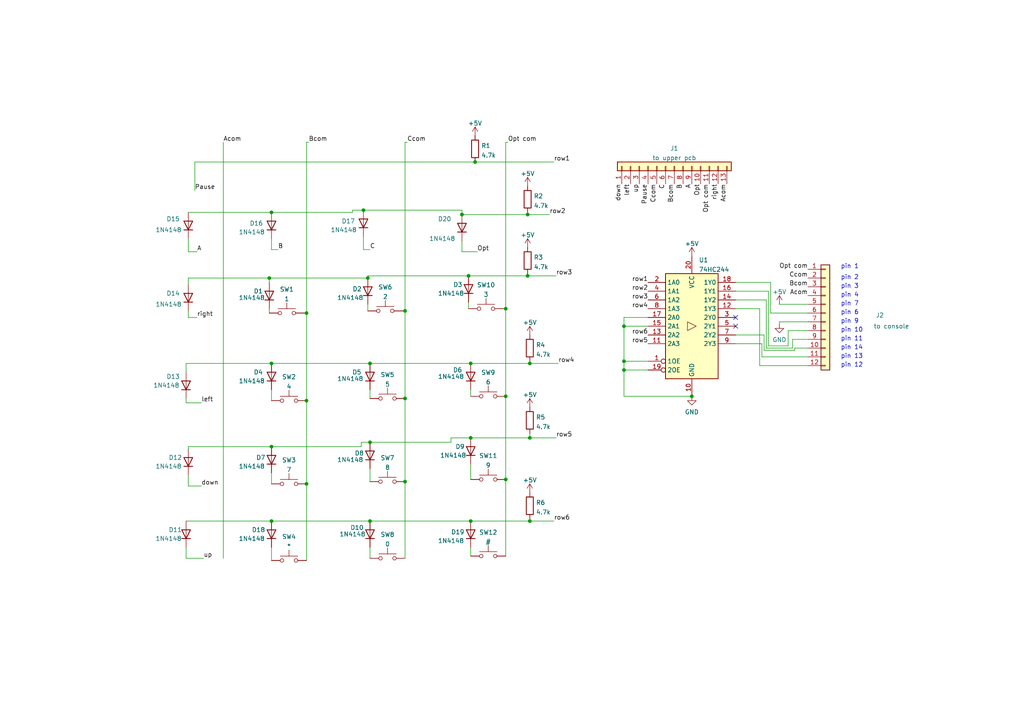
<source format=kicad_sch>
(kicad_sch (version 20211123) (generator eeschema)
  (paper "A4")
  (lib_symbols
    (symbol "74xx:74HC244"
      (property "Reference" "U" (at -7.62 16.51 0))
      (property "Value" "74HC244" (at -7.62 -16.51 0))
      (symbol "74HC244_1_0"
        (polyline (pts (xy 1.27 0) (xy -1.27 1.27) (xy -1.27 -1.27) (xy 1.27 0)) (stroke (width 0.1524)))
        (pin input inverted (at -12.7 -10.16 0) (length 5.08) (name "1OE") (number "1"))
        (pin power_in line (at 0 -20.32 90) (length 5.08) (name "GND") (number "10"))
        (pin input line (at -12.7 -5.08 0) (length 5.08) (name "2A3") (number "11"))
        (pin tri_state line (at 12.7 5.08 180) (length 5.08) (name "1Y3") (number "12"))
        (pin input line (at -12.7 -2.54 0) (length 5.08) (name "2A2") (number "13"))
        (pin tri_state line (at 12.7 7.62 180) (length 5.08) (name "1Y2") (number "14"))
        (pin input line (at -12.7 0 0) (length 5.08) (name "2A1") (number "15"))
        (pin tri_state line (at 12.7 10.16 180) (length 5.08) (name "1Y1") (number "16"))
        (pin input line (at -12.7 2.54 0) (length 5.08) (name "2A0") (number "17"))
        (pin tri_state line (at 12.7 12.7 180) (length 5.08) (name "1Y0") (number "18"))
        (pin input inverted (at -12.7 -12.7 0) (length 5.08) (name "2OE") (number "19"))
        (pin input line (at -12.7 12.7 0) (length 5.08) (name "1A0") (number "2"))
        (pin power_in line (at 0 20.32 270) (length 5.08) (name "VCC") (number "20"))
        (pin tri_state line (at 12.7 2.54 180) (length 5.08) (name "2Y0") (number "3"))
        (pin input line (at -12.7 10.16 0) (length 5.08) (name "1A1") (number "4"))
        (pin tri_state line (at 12.7 0 180) (length 5.08) (name "2Y1") (number "5"))
        (pin input line (at -12.7 7.62 0) (length 5.08) (name "1A2") (number "6"))
        (pin tri_state line (at 12.7 -2.54 180) (length 5.08) (name "2Y2") (number "7"))
        (pin input line (at -12.7 5.08 0) (length 5.08) (name "1A3") (number "8"))
        (pin tri_state line (at 12.7 -5.08 180) (length 5.08) (name "2Y3") (number "9"))
      )
      (symbol "74HC244_1_1"
        (rectangle (start -7.62 15.24) (end 7.62 -15.24) (stroke (width 0.254)) (fill (type background)))
      )
    )
    (symbol "Connector_Generic:Conn_01x12" (pin_names (offset 1.016) hide)
      (property "Reference" "J" (at 0 15.24 0))
      (property "Value" "Conn_01x12" (at 0 -17.78 0))
      (symbol "Conn_01x12_1_1"
        (rectangle (start -1.27 -15.113) (end 0 -15.367) (stroke (width 0.1524)))
        (rectangle (start -1.27 -12.573) (end 0 -12.827) (stroke (width 0.1524)))
        (rectangle (start -1.27 -10.033) (end 0 -10.287) (stroke (width 0.1524)))
        (rectangle (start -1.27 -7.493) (end 0 -7.747) (stroke (width 0.1524)))
        (rectangle (start -1.27 -4.953) (end 0 -5.207) (stroke (width 0.1524)))
        (rectangle (start -1.27 -2.413) (end 0 -2.667) (stroke (width 0.1524)))
        (rectangle (start -1.27 0.127) (end 0 -0.127) (stroke (width 0.1524)))
        (rectangle (start -1.27 2.667) (end 0 2.413) (stroke (width 0.1524)))
        (rectangle (start -1.27 5.207) (end 0 4.953) (stroke (width 0.1524)))
        (rectangle (start -1.27 7.747) (end 0 7.493) (stroke (width 0.1524)))
        (rectangle (start -1.27 10.287) (end 0 10.033) (stroke (width 0.1524)))
        (rectangle (start -1.27 12.827) (end 0 12.573) (stroke (width 0.1524)))
        (rectangle (start -1.27 13.97) (end 1.27 -16.51) (stroke (width 0.254)) (fill (type background)))
        (pin passive line (at -5.08 12.7 0) (length 3.81) (name "Pin_1") (number "1"))
        (pin passive line (at -5.08 -10.16 0) (length 3.81) (name "Pin_10") (number "10"))
        (pin passive line (at -5.08 -12.7 0) (length 3.81) (name "Pin_11") (number "11"))
        (pin passive line (at -5.08 -15.24 0) (length 3.81) (name "Pin_12") (number "12"))
        (pin passive line (at -5.08 10.16 0) (length 3.81) (name "Pin_2") (number "2"))
        (pin passive line (at -5.08 7.62 0) (length 3.81) (name "Pin_3") (number "3"))
        (pin passive line (at -5.08 5.08 0) (length 3.81) (name "Pin_4") (number "4"))
        (pin passive line (at -5.08 2.54 0) (length 3.81) (name "Pin_5") (number "5"))
        (pin passive line (at -5.08 0 0) (length 3.81) (name "Pin_6") (number "6"))
        (pin passive line (at -5.08 -2.54 0) (length 3.81) (name "Pin_7") (number "7"))
        (pin passive line (at -5.08 -5.08 0) (length 3.81) (name "Pin_8") (number "8"))
        (pin passive line (at -5.08 -7.62 0) (length 3.81) (name "Pin_9") (number "9"))
      )
    )
    (symbol "Connector_Generic:Conn_01x13" (pin_names (offset 1.016) hide)
      (property "Reference" "J" (at 0 17.78 0))
      (property "Value" "Conn_01x13" (at 0 -17.78 0))
      (symbol "Conn_01x13_1_1"
        (rectangle (start -1.27 -15.113) (end 0 -15.367) (stroke (width 0.1524)))
        (rectangle (start -1.27 -12.573) (end 0 -12.827) (stroke (width 0.1524)))
        (rectangle (start -1.27 -10.033) (end 0 -10.287) (stroke (width 0.1524)))
        (rectangle (start -1.27 -7.493) (end 0 -7.747) (stroke (width 0.1524)))
        (rectangle (start -1.27 -4.953) (end 0 -5.207) (stroke (width 0.1524)))
        (rectangle (start -1.27 -2.413) (end 0 -2.667) (stroke (width 0.1524)))
        (rectangle (start -1.27 0.127) (end 0 -0.127) (stroke (width 0.1524)))
        (rectangle (start -1.27 2.667) (end 0 2.413) (stroke (width 0.1524)))
        (rectangle (start -1.27 5.207) (end 0 4.953) (stroke (width 0.1524)))
        (rectangle (start -1.27 7.747) (end 0 7.493) (stroke (width 0.1524)))
        (rectangle (start -1.27 10.287) (end 0 10.033) (stroke (width 0.1524)))
        (rectangle (start -1.27 12.827) (end 0 12.573) (stroke (width 0.1524)))
        (rectangle (start -1.27 15.367) (end 0 15.113) (stroke (width 0.1524)))
        (rectangle (start -1.27 16.51) (end 1.27 -16.51) (stroke (width 0.254)) (fill (type background)))
        (pin passive line (at -5.08 15.24 0) (length 3.81) (name "Pin_1") (number "1"))
        (pin passive line (at -5.08 -7.62 0) (length 3.81) (name "Pin_10") (number "10"))
        (pin passive line (at -5.08 -10.16 0) (length 3.81) (name "Pin_11") (number "11"))
        (pin passive line (at -5.08 -12.7 0) (length 3.81) (name "Pin_12") (number "12"))
        (pin passive line (at -5.08 -15.24 0) (length 3.81) (name "Pin_13") (number "13"))
        (pin passive line (at -5.08 12.7 0) (length 3.81) (name "Pin_2") (number "2"))
        (pin passive line (at -5.08 10.16 0) (length 3.81) (name "Pin_3") (number "3"))
        (pin passive line (at -5.08 7.62 0) (length 3.81) (name "Pin_4") (number "4"))
        (pin passive line (at -5.08 5.08 0) (length 3.81) (name "Pin_5") (number "5"))
        (pin passive line (at -5.08 2.54 0) (length 3.81) (name "Pin_6") (number "6"))
        (pin passive line (at -5.08 0 0) (length 3.81) (name "Pin_7") (number "7"))
        (pin passive line (at -5.08 -2.54 0) (length 3.81) (name "Pin_8") (number "8"))
        (pin passive line (at -5.08 -5.08 0) (length 3.81) (name "Pin_9") (number "9"))
      )
    )
    (symbol "Device:R" (pin_numbers hide) (pin_names (offset 0))
      (property "Reference" "R" (at 2.032 0 90))
      (property "Value" "R" (at 0 0 90))
      (symbol "R_0_1"
        (rectangle (start -1.016 -2.54) (end 1.016 2.54) (stroke (width 0.254)))
      )
      (symbol "R_1_1"
        (pin passive line (at 0 3.81 270) (length 1.27) (name "~") (number "1"))
        (pin passive line (at 0 -3.81 90) (length 1.27) (name "~") (number "2"))
      )
    )
    (symbol "Diode:1N4148" (pin_numbers hide) (pin_names (offset 1.016) hide)
      (property "Reference" "D" (at 0 2.54 0))
      (property "Value" "1N4148" (at 0 -2.54 0))
      (symbol "1N4148_0_1"
        (polyline (pts (xy -1.27 1.27) (xy -1.27 -1.27)) (stroke (width 0.254)))
        (polyline (pts (xy 1.27 0) (xy -1.27 0)))
        (polyline (pts (xy 1.27 1.27) (xy 1.27 -1.27) (xy -1.27 0) (xy 1.27 1.27)) (stroke (width 0.254)))
      )
      (symbol "1N4148_1_1"
        (pin passive line (at -3.81 0 0) (length 2.54) (name "K") (number "1"))
        (pin passive line (at 3.81 0 180) (length 2.54) (name "A") (number "2"))
      )
    )
    (symbol "Switch:SW_Push" (pin_numbers hide) (pin_names (offset 1.016) hide)
      (property "Reference" "SW" (at 1.27 2.54 0))
      (property "Value" "SW_Push" (at 0 -1.524 0))
      (symbol "SW_Push_0_1"
        (circle (center -2.032 0) (radius 0.508))
        (polyline (pts (xy 0 1.27) (xy 0 3.048)))
        (polyline (pts (xy 2.54 1.27) (xy -2.54 1.27)))
        (circle (center 2.032 0) (radius 0.508))
        (pin passive line (at -5.08 0 0) (length 2.54) (name "1") (number "1"))
        (pin passive line (at 5.08 0 180) (length 2.54) (name "2") (number "2"))
      )
    )
    (symbol "power:+5V" (power) (pin_names (offset 0))
      (property "Value" "+5V" (at 0 3.556 0))
      (symbol "+5V_0_1"
        (polyline (pts (xy -0.762 1.27) (xy 0 2.54)))
        (polyline (pts (xy 0 0) (xy 0 2.54)))
        (polyline (pts (xy 0 2.54) (xy 0.762 1.27)))
      )
      (symbol "+5V_1_1"
        (pin power_in line (at 0 0 90) (length 0) hide (name "+5V") (number "1"))
      )
    )
    (symbol "power:GND" (power) (pin_names (offset 0))
      (property "Value" "GND" (at 0 -3.81 0))
      (symbol "GND_0_1"
        (polyline (pts (xy 0 0) (xy 0 -1.27) (xy 1.27 -1.27) (xy 0 -2.54) (xy -1.27 -1.27) (xy 0 -1.27)))
      )
      (symbol "GND_1_1"
        (pin power_in line (at 0 0 270) (length 0) hide (name "GND") (number "1"))
      )
    )
  )
  (junction (at 117.475 115.57))
  (junction (at 153.035 62.23))
  (junction (at 105.41 60.96))
  (junction (at 136.525 151.13))
  (junction (at 78.105 80.645))
  (junction (at 88.9 116.205))
  (junction (at 146.685 114.935))
  (junction (at 136.525 127))
  (junction (at 137.795 46.99))
  (junction (at 153.67 151.13))
  (junction (at 107.315 151.13))
  (junction (at 146.685 139.065))
  (junction (at 153.67 105.41))
  (junction (at 117.475 90.17))
  (junction (at 107.315 105.41))
  (junction (at 136.525 105.41))
  (junction (at 146.685 89.535))
  (junction (at 78.74 151.13))
  (junction (at 180.975 104.775))
  (junction (at 135.89 80.01))
  (junction (at 107.315 128.27))
  (junction (at 180.975 107.315))
  (junction (at 180.975 94.615))
  (junction (at 200.66 114.935))
  (junction (at 106.68 80.645))
  (junction (at 153.035 80.01))
  (junction (at 117.475 139.7))
  (junction (at 133.985 62.23))
  (junction (at 78.74 105.41))
  (junction (at 78.74 61.595))
  (junction (at 153.67 127))
  (junction (at 88.9 140.335))
  (junction (at 88.9 90.805))
  (junction (at 78.74 129.54))
  (no_connect (at 213.36 92.075))
  (no_connect (at 213.36 94.615))
  (wire (pts (xy 56.515 46.99) (xy 56.515 55.245)))
  (wire (pts (xy 222.25 100.965) (xy 222.25 86.995)))
  (wire (pts (xy 180.975 104.775) (xy 180.975 107.315)))
  (wire (pts (xy 220.345 89.535) (xy 213.36 89.535)))
  (wire (pts (xy 230.505 100.965) (xy 230.505 101.6)))
  (wire (pts (xy 234.315 106.045) (xy 220.345 106.045)))
  (wire (pts (xy 234.315 103.505) (xy 220.98 103.505)))
  (wire (pts (xy 78.74 61.595) (xy 102.235 61.595)))
  (wire (pts (xy 78.105 89.535) (xy 78.105 90.805)))
  (wire (pts (xy 230.505 101.6) (xy 221.615 101.6)))
  (wire (pts (xy 88.9 140.335) (xy 88.9 116.205)))
  (wire (pts (xy 146.685 89.535) (xy 146.05 89.535)))
  (wire (pts (xy 53.975 161.925) (xy 53.975 158.75)))
  (wire (pts (xy 228.6 100.33) (xy 222.885 100.33)))
  (wire (pts (xy 146.685 139.065) (xy 146.685 161.29)))
  (wire (pts (xy 78.105 80.645) (xy 106.68 80.645)))
  (wire (pts (xy 226.06 93.345) (xy 226.06 93.98)))
  (wire (pts (xy 153.035 80.01) (xy 161.29 80.01)))
  (wire (pts (xy 78.74 113.03) (xy 78.74 116.205)))
  (wire (pts (xy 88.9 140.335) (xy 88.9 162.56)))
  (wire (pts (xy 234.315 93.345) (xy 226.06 93.345)))
  (wire (pts (xy 78.74 137.16) (xy 78.74 140.335)))
  (wire (pts (xy 54.61 61.595) (xy 78.74 61.595)))
  (wire (pts (xy 107.315 158.75) (xy 107.315 161.925)))
  (wire (pts (xy 180.975 94.615) (xy 187.96 94.615)))
  (wire (pts (xy 117.475 139.7) (xy 117.475 161.925)))
  (wire (pts (xy 234.315 90.805) (xy 223.52 90.805)))
  (wire (pts (xy 107.315 105.41) (xy 136.525 105.41)))
  (wire (pts (xy 59.055 161.925) (xy 53.975 161.925)))
  (wire (pts (xy 180.975 114.935) (xy 180.975 107.315)))
  (wire (pts (xy 57.15 92.075) (xy 54.61 92.075)))
  (wire (pts (xy 153.67 105.41) (xy 153.67 104.775)))
  (wire (pts (xy 133.985 62.23) (xy 153.035 62.23)))
  (wire (pts (xy 136.525 134.62) (xy 136.525 139.065)))
  (wire (pts (xy 200.66 114.935) (xy 180.975 114.935)))
  (wire (pts (xy 153.67 127) (xy 161.29 127)))
  (wire (pts (xy 88.9 116.205) (xy 88.9 90.805)))
  (wire (pts (xy 221.615 101.6) (xy 221.615 97.155)))
  (wire (pts (xy 117.475 115.57) (xy 117.475 139.7)))
  (wire (pts (xy 107.315 128.27) (xy 130.81 128.27)))
  (wire (pts (xy 117.475 90.17) (xy 116.84 90.17)))
  (wire (pts (xy 136.525 105.41) (xy 153.67 105.41)))
  (wire (pts (xy 133.985 69.85) (xy 133.985 73.025)))
  (wire (pts (xy 107.315 72.39) (xy 105.41 72.39)))
  (wire (pts (xy 234.315 95.885) (xy 228.6 95.885)))
  (wire (pts (xy 117.475 41.275) (xy 117.475 90.17)))
  (wire (pts (xy 146.685 41.275) (xy 146.685 89.535)))
  (wire (pts (xy 136.525 151.13) (xy 153.67 151.13)))
  (wire (pts (xy 107.315 135.89) (xy 107.315 139.7)))
  (wire (pts (xy 58.42 116.84) (xy 53.975 116.84)))
  (wire (pts (xy 213.36 86.995) (xy 222.25 86.995)))
  (wire (pts (xy 234.315 98.425) (xy 229.87 98.425)))
  (wire (pts (xy 146.685 41.275) (xy 147.32 41.275)))
  (wire (pts (xy 228.6 95.885) (xy 228.6 100.33)))
  (wire (pts (xy 221.615 97.155) (xy 213.36 97.155)))
  (wire (pts (xy 180.975 92.075) (xy 180.975 94.615)))
  (wire (pts (xy 53.975 105.41) (xy 78.74 105.41)))
  (wire (pts (xy 88.9 41.275) (xy 89.535 41.275)))
  (wire (pts (xy 54.61 73.025) (xy 54.61 69.215)))
  (wire (pts (xy 180.975 104.775) (xy 187.96 104.775)))
  (wire (pts (xy 220.98 103.505) (xy 220.98 99.695)))
  (wire (pts (xy 153.67 127) (xy 153.67 125.73)))
  (wire (pts (xy 146.685 114.935) (xy 146.685 139.065)))
  (wire (pts (xy 187.96 92.075) (xy 180.975 92.075)))
  (wire (pts (xy 234.315 100.965) (xy 230.505 100.965)))
  (wire (pts (xy 222.885 100.33) (xy 222.885 84.455)))
  (wire (pts (xy 153.035 62.23) (xy 159.385 62.23)))
  (wire (pts (xy 102.235 61.595) (xy 102.235 60.96)))
  (wire (pts (xy 107.315 151.13) (xy 136.525 151.13)))
  (wire (pts (xy 136.525 158.75) (xy 136.525 161.29)))
  (wire (pts (xy 105.41 72.39) (xy 105.41 68.58)))
  (wire (pts (xy 226.06 88.265) (xy 234.315 88.265)))
  (wire (pts (xy 223.52 81.915) (xy 213.36 81.915)))
  (wire (pts (xy 229.87 100.965) (xy 222.25 100.965)))
  (wire (pts (xy 54.61 80.645) (xy 54.61 82.55)))
  (wire (pts (xy 78.74 72.39) (xy 78.74 69.215)))
  (wire (pts (xy 106.68 80.01) (xy 135.89 80.01)))
  (wire (pts (xy 180.975 94.615) (xy 180.975 104.775)))
  (wire (pts (xy 153.035 80.01) (xy 153.035 79.375)))
  (wire (pts (xy 130.81 128.27) (xy 130.81 127)))
  (wire (pts (xy 88.9 90.805) (xy 88.265 90.805)))
  (wire (pts (xy 137.795 46.99) (xy 160.655 46.99)))
  (wire (pts (xy 133.985 73.025) (xy 138.43 73.025)))
  (wire (pts (xy 78.74 105.41) (xy 107.315 105.41)))
  (wire (pts (xy 104.775 129.54) (xy 104.775 128.27)))
  (wire (pts (xy 78.74 129.54) (xy 54.61 129.54)))
  (wire (pts (xy 153.67 151.13) (xy 160.655 151.13)))
  (wire (pts (xy 78.105 81.915) (xy 78.105 80.645)))
  (wire (pts (xy 78.74 151.13) (xy 107.315 151.13)))
  (wire (pts (xy 78.74 158.75) (xy 78.74 162.56)))
  (wire (pts (xy 135.89 80.01) (xy 153.035 80.01)))
  (wire (pts (xy 102.235 60.96) (xy 105.41 60.96)))
  (wire (pts (xy 78.74 129.54) (xy 104.775 129.54)))
  (wire (pts (xy 153.67 151.13) (xy 153.67 150.495)))
  (wire (pts (xy 54.61 140.97) (xy 54.61 137.795)))
  (wire (pts (xy 106.68 80.645) (xy 106.68 80.01)))
  (wire (pts (xy 136.525 113.03) (xy 136.525 114.935)))
  (wire (pts (xy 104.775 128.27) (xy 107.315 128.27)))
  (wire (pts (xy 229.87 98.425) (xy 229.87 100.965)))
  (wire (pts (xy 53.975 105.41) (xy 53.975 107.95)))
  (wire (pts (xy 223.52 90.805) (xy 223.52 81.915)))
  (wire (pts (xy 107.315 113.03) (xy 107.315 115.57)))
  (wire (pts (xy 135.89 87.63) (xy 135.89 89.535)))
  (wire (pts (xy 146.685 114.935) (xy 146.685 89.535)))
  (wire (pts (xy 105.41 60.96) (xy 133.985 60.96)))
  (wire (pts (xy 220.98 99.695) (xy 213.36 99.695)))
  (wire (pts (xy 117.475 115.57) (xy 117.475 90.17)))
  (wire (pts (xy 58.42 140.97) (xy 54.61 140.97)))
  (wire (pts (xy 106.68 88.265) (xy 106.68 90.17)))
  (wire (pts (xy 220.345 106.045) (xy 220.345 89.535)))
  (wire (pts (xy 130.81 127) (xy 136.525 127)))
  (wire (pts (xy 153.035 62.23) (xy 153.035 61.595)))
  (wire (pts (xy 180.975 107.315) (xy 187.96 107.315)))
  (wire (pts (xy 54.61 80.645) (xy 78.105 80.645)))
  (wire (pts (xy 54.61 92.075) (xy 54.61 90.17)))
  (wire (pts (xy 88.9 41.275) (xy 88.9 90.805)))
  (wire (pts (xy 57.15 73.025) (xy 54.61 73.025)))
  (wire (pts (xy 222.885 84.455) (xy 213.36 84.455)))
  (wire (pts (xy 133.985 60.96) (xy 133.985 62.23)))
  (wire (pts (xy 117.475 41.275) (xy 118.11 41.275)))
  (wire (pts (xy 54.61 129.54) (xy 54.61 130.175)))
  (wire (pts (xy 80.645 72.39) (xy 78.74 72.39)))
  (wire (pts (xy 53.975 116.84) (xy 53.975 115.57)))
  (wire (pts (xy 137.795 46.99) (xy 56.515 46.99)))
  (wire (pts (xy 153.67 105.41) (xy 161.925 105.41)))
  (wire (pts (xy 64.77 41.275) (xy 64.77 161.925)))
  (wire (pts (xy 136.525 127) (xy 153.67 127)))
  (wire (pts (xy 53.975 151.13) (xy 78.74 151.13)))
  (text "pin 6" (at 243.84 91.44 0) (effects (font (size 1.27 1.27)) (justify left bottom)))
  (text "pin 13" (at 243.84 104.14 0) (effects (font (size 1.27 1.27)) (justify left bottom)))
  (text "pin 1" (at 243.84 78.105 0) (effects (font (size 1.27 1.27)) (justify left bottom)))
  (text "pin 9" (at 243.84 93.98 0) (effects (font (size 1.27 1.27)) (justify left bottom)))
  (text "pin 14" (at 243.84 101.6 0) (effects (font (size 1.27 1.27)) (justify left bottom)))
  (text "pin 10" (at 243.84 96.52 0) (effects (font (size 1.27 1.27)) (justify left bottom)))
  (text "pin 2" (at 243.84 81.28 0) (effects (font (size 1.27 1.27)) (justify left bottom)))
  (text "pin 11" (at 243.84 99.06 0) (effects (font (size 1.27 1.27)) (justify left bottom)))
  (text "pin 3" (at 243.84 83.82 0) (effects (font (size 1.27 1.27)) (justify left bottom)))
  (text "pin 4" (at 243.84 86.36 0) (effects (font (size 1.27 1.27)) (justify left bottom)))
  (text "pin 12" (at 243.84 106.68 0) (effects (font (size 1.27 1.27)) (justify left bottom)))
  (text "pin 7" (at 243.84 88.9 0) (effects (font (size 1.27 1.27)) (justify left bottom)))
  (label "row3" (at 161.29 80.01 0))
  (label "row5" (at 161.29 127 0))
  (label "row3" (at 187.96 86.995 180))
  (label "Acom" (at 64.77 41.275 0))
  (label "row5" (at 187.96 99.695 180))
  (label "row6" (at 187.96 97.155 180))
  (label "row6" (at 160.655 151.13 0))
  (label "Opt" (at 138.43 73.025 0))
  (label "Opt" (at 203.2 53.34 270))
  (label "Acom" (at 234.315 85.725 180))
  (label "right" (at 57.15 92.075 0))
  (label "C" (at 193.04 53.34 270))
  (label "row4" (at 161.925 105.41 0))
  (label "Ccom" (at 190.5 53.34 270))
  (label "Acom" (at 210.82 53.34 270))
  (label "row4" (at 187.96 89.535 180))
  (label "Ccom" (at 118.11 41.275 0))
  (label "row2" (at 187.96 84.455 180))
  (label "Bcom" (at 234.315 83.185 180))
  (label "B" (at 80.645 72.39 0))
  (label "Ccom" (at 234.315 80.645 180))
  (label "up" (at 59.055 161.925 0))
  (label "Opt com" (at 234.315 78.105 180))
  (label "Opt com" (at 147.32 41.275 0))
  (label "Opt com" (at 205.74 53.34 270))
  (label "Pause" (at 187.96 53.34 270))
  (label "down" (at 180.34 53.34 270))
  (label "Bcom" (at 89.535 41.275 0))
  (label "left" (at 58.42 116.84 0))
  (label "left" (at 182.88 53.34 270))
  (label "row1" (at 160.655 46.99 0))
  (label "B" (at 198.12 53.34 270))
  (label "Bcom" (at 195.58 53.34 270))
  (label "C" (at 107.315 72.39 0))
  (label "A" (at 57.15 73.025 0))
  (label "down" (at 58.42 140.97 0))
  (label "up" (at 185.42 53.34 270))
  (label "row1" (at 187.96 81.915 180))
  (label "Pause" (at 56.515 55.245 0))
  (label "A" (at 200.66 53.34 270))
  (label "right" (at 208.28 53.34 270))
  (label "row2" (at 159.385 62.23 0))
  (symbol (lib_id "Diode:1N4148") (at 78.105 85.725 90) (unit 1)
    (property "Reference" "D1" (at 74.93 84.455 90))
    (property "Value" "1N4148" (at 73.025 86.36 90))
    (property "Footprint" "Diode_THT:D_DO-35_SOD27_P7.62mm_Horizontal" (effects hide))
    (property "Datasheet" "https://assets.nexperia.com/documents/data-sheet/1N4148_1N4448.pdf" (effects hide))
  )
  (symbol (lib_id "Diode:1N4148") (at 107.315 109.22 90) (unit 1)
    (property "Reference" "D5" (at 103.505 107.95 90))
    (property "Value" "1N4148" (at 101.6 109.855 90))
    (property "Footprint" "Diode_THT:D_DO-35_SOD27_P7.62mm_Horizontal" (effects hide))
    (property "Datasheet" "https://assets.nexperia.com/documents/data-sheet/1N4148_1N4448.pdf" (effects hide))
  )
  (symbol (lib_id "Diode:1N4148") (at 133.985 66.04 90) (unit 1)
    (property "Reference" "D20" (at 127 63.5 90) (effects (justify right)))
    (property "Value" "1N4148" (at 124.46 69.215 90) (effects (justify right)))
    (property "Footprint" "Diode_THT:D_DO-35_SOD27_P7.62mm_Horizontal" (effects hide))
    (property "Datasheet" "https://assets.nexperia.com/documents/data-sheet/1N4148_1N4448.pdf" (effects hide))
  )
  (symbol (lib_id "Diode:1N4148") (at 105.41 64.77 90) (unit 1)
    (property "Reference" "D17" (at 99.06 64.135 90) (effects (justify right)))
    (property "Value" "1N4148" (at 95.885 66.675 90) (effects (justify right)))
    (property "Footprint" "Diode_THT:D_DO-35_SOD27_P7.62mm_Horizontal" (effects hide))
    (property "Datasheet" "https://assets.nexperia.com/documents/data-sheet/1N4148_1N4448.pdf" (effects hide))
  )
  (symbol (lib_id "Device:R") (at 153.035 57.785 0) (unit 1)
    (property "Reference" "R2" (at 154.813 56.8765 0) (effects (justify left)))
    (property "Value" "4.7k" (at 154.813 59.6516 0) (effects (justify left)))
    (property "Footprint" "Resistor_THT:R_Axial_DIN0207_L6.3mm_D2.5mm_P10.16mm_Horizontal" (effects hide))
  )
  (symbol (lib_id "Switch:SW_Push") (at 112.395 161.925 0) (unit 1)
    (property "Reference" "SW8" (at 112.395 155.0375 0))
    (property "Value" "0" (at 112.395 157.8126 0))
    (property "Footprint" "Evan's misc parts:jaguar keypad button" (effects hide))
  )
  (symbol (lib_id "Switch:SW_Push") (at 111.76 90.17 0) (unit 1)
    (property "Reference" "SW6" (at 111.76 83.2825 0))
    (property "Value" "2" (at 111.76 86.0576 0))
    (property "Footprint" "Evan's misc parts:jaguar keypad button" (effects hide))
  )
  (symbol (lib_id "power:+5V") (at 153.67 142.875 0) (unit 1)
    (property "Reference" "#PWR0107" (effects hide))
    (property "Value" "+5V" (at 153.67 139.2705 0))
  )
  (symbol (lib_id "power:+5V") (at 153.67 118.11 0) (unit 1)
    (property "Reference" "#PWR0106" (effects hide))
    (property "Value" "+5V" (at 153.67 114.5055 0))
  )
  (symbol (lib_id "power:+5V") (at 200.66 74.295 0) (unit 1)
    (property "Reference" "#PWR0102" (effects hide))
    (property "Value" "+5V" (at 200.66 70.6905 0))
  )
  (symbol (lib_id "Diode:1N4148") (at 54.61 65.405 90) (unit 1)
    (property "Reference" "D15" (at 48.26 63.5 90) (effects (justify right)))
    (property "Value" "1N4148" (at 45.085 66.675 90) (effects (justify right)))
    (property "Footprint" "Diode_THT:D_DO-35_SOD27_P7.62mm_Horizontal" (effects hide))
    (property "Datasheet" "https://assets.nexperia.com/documents/data-sheet/1N4148_1N4448.pdf" (effects hide))
  )
  (symbol (lib_id "Diode:1N4148") (at 54.61 86.36 90) (unit 1)
    (property "Reference" "D14" (at 48.26 85.09 90) (effects (justify right)))
    (property "Value" "1N4148" (at 45.085 88.265 90) (effects (justify right)))
    (property "Footprint" "Diode_THT:D_DO-35_SOD27_P7.62mm_Horizontal" (effects hide))
    (property "Datasheet" "https://assets.nexperia.com/documents/data-sheet/1N4148_1N4448.pdf" (effects hide))
  )
  (symbol (lib_id "Diode:1N4148") (at 78.74 133.35 90) (unit 1)
    (property "Reference" "D7" (at 74.295 132.715 90) (effects (justify right)))
    (property "Value" "1N4148" (at 69.215 135.255 90) (effects (justify right)))
    (property "Footprint" "Diode_THT:D_DO-35_SOD27_P7.62mm_Horizontal" (effects hide))
    (property "Datasheet" "https://assets.nexperia.com/documents/data-sheet/1N4148_1N4448.pdf" (effects hide))
  )
  (symbol (lib_id "Switch:SW_Push") (at 83.82 140.335 0) (unit 1)
    (property "Reference" "SW3" (at 83.82 133.4475 0))
    (property "Value" "7" (at 83.82 136.2226 0))
    (property "Footprint" "Evan's misc parts:jaguar keypad button" (effects hide))
  )
  (symbol (lib_id "Device:R") (at 153.67 100.965 0) (unit 1)
    (property "Reference" "R4" (at 155.448 100.0565 0) (effects (justify left)))
    (property "Value" "4.7k" (at 155.448 102.8316 0) (effects (justify left)))
    (property "Footprint" "Resistor_THT:R_Axial_DIN0207_L6.3mm_D2.5mm_P10.16mm_Horizontal" (effects hide))
  )
  (symbol (lib_id "74xx:74HC244") (at 200.66 94.615 0) (unit 1)
    (property "Reference" "U1" (at 202.6794 75.4085 0) (effects (justify left)))
    (property "Value" "74HC244" (at 202.6794 78.1836 0) (effects (justify left)))
    (property "Footprint" "Package_DIP:DIP-20_W7.62mm" (effects hide))
    (property "Datasheet" "https://assets.nexperia.com/documents/data-sheet/74HC_HCT244.pdf" (effects hide))
  )
  (symbol (lib_id "Device:R") (at 153.67 146.685 0) (unit 1)
    (property "Reference" "R6" (at 155.448 145.7765 0) (effects (justify left)))
    (property "Value" "4.7k" (at 155.448 148.5516 0) (effects (justify left)))
    (property "Footprint" "Resistor_THT:R_Axial_DIN0207_L6.3mm_D2.5mm_P10.16mm_Horizontal" (effects hide))
  )
  (symbol (lib_id "power:+5V") (at 137.795 39.37 0) (unit 1)
    (property "Reference" "#PWR0105" (effects hide))
    (property "Value" "+5V" (at 137.795 35.7655 0))
  )
  (symbol (lib_id "Diode:1N4148") (at 106.68 84.455 90) (unit 1)
    (property "Reference" "D2" (at 102.235 83.82 90) (effects (justify right)))
    (property "Value" "1N4148" (at 97.79 86.36 90) (effects (justify right)))
    (property "Footprint" "Diode_THT:D_DO-35_SOD27_P7.62mm_Horizontal" (effects hide))
    (property "Datasheet" "https://assets.nexperia.com/documents/data-sheet/1N4148_1N4448.pdf" (effects hide))
  )
  (symbol (lib_id "Diode:1N4148") (at 53.975 154.94 90) (unit 1)
    (property "Reference" "D11" (at 48.895 153.67 90) (effects (justify right)))
    (property "Value" "1N4148" (at 45.085 156.21 90) (effects (justify right)))
    (property "Footprint" "Diode_THT:D_DO-35_SOD27_P7.62mm_Horizontal" (effects hide))
    (property "Datasheet" "https://assets.nexperia.com/documents/data-sheet/1N4148_1N4448.pdf" (effects hide))
  )
  (symbol (lib_id "Connector_Generic:Conn_01x12") (at 239.395 90.805 0) (unit 1)
    (property "Reference" "J2" (at 254 91.44 0) (effects (justify left)))
    (property "Value" "to console" (at 253.365 94.615 0) (effects (justify left)))
    (property "Footprint" "Connector_PinHeader_2.54mm:PinHeader_1x12_P2.54mm_Vertical" (effects hide))
  )
  (symbol (lib_id "power:+5V") (at 226.06 88.265 0) (unit 1)
    (property "Reference" "#PWR0110" (effects hide))
    (property "Value" "+5V" (at 226.06 84.6605 0))
  )
  (symbol (lib_id "Diode:1N4148") (at 136.525 109.22 90) (unit 1)
    (property "Reference" "D6" (at 132.715 107.315 90))
    (property "Value" "1N4148" (at 130.81 109.22 90))
    (property "Footprint" "Diode_THT:D_DO-35_SOD27_P7.62mm_Horizontal" (effects hide))
    (property "Datasheet" "https://assets.nexperia.com/documents/data-sheet/1N4148_1N4448.pdf" (effects hide))
  )
  (symbol (lib_id "power:+5V") (at 153.67 97.155 0) (unit 1)
    (property "Reference" "#PWR0108" (effects hide))
    (property "Value" "+5V" (at 153.67 93.5505 0))
  )
  (symbol (lib_id "Diode:1N4148") (at 136.525 154.94 90) (unit 1)
    (property "Reference" "D19" (at 130.81 154.305 90) (effects (justify right)))
    (property "Value" "1N4148" (at 127 156.845 90) (effects (justify right)))
    (property "Footprint" "Diode_THT:D_DO-35_SOD27_P7.62mm_Horizontal" (effects hide))
    (property "Datasheet" "https://assets.nexperia.com/documents/data-sheet/1N4148_1N4448.pdf" (effects hide))
  )
  (symbol (lib_id "Device:R") (at 153.035 75.565 0) (unit 1)
    (property "Reference" "R3" (at 154.813 74.6565 0) (effects (justify left)))
    (property "Value" "4.7k" (at 154.813 77.4316 0) (effects (justify left)))
    (property "Footprint" "Resistor_THT:R_Axial_DIN0207_L6.3mm_D2.5mm_P10.16mm_Horizontal" (effects hide))
  )
  (symbol (lib_id "power:GND") (at 226.06 93.98 0) (unit 1)
    (property "Reference" "#PWR0109" (effects hide))
    (property "Value" "GND" (at 226.06 98.5425 0))
  )
  (symbol (lib_id "Switch:SW_Push") (at 83.82 162.56 0) (unit 1)
    (property "Reference" "SW4" (at 83.82 155.6725 0))
    (property "Value" "*" (at 83.82 158.4476 0))
    (property "Footprint" "Evan's misc parts:jaguar keypad button" (effects hide))
  )
  (symbol (lib_id "Switch:SW_Push") (at 112.395 115.57 0) (unit 1)
    (property "Reference" "SW5" (at 112.395 108.6825 0))
    (property "Value" "5" (at 112.395 111.4576 0))
    (property "Footprint" "Evan's misc parts:jaguar keypad button" (effects hide))
  )
  (symbol (lib_id "power:+5V") (at 153.035 71.755 0) (unit 1)
    (property "Reference" "#PWR0103" (effects hide))
    (property "Value" "+5V" (at 153.035 68.1505 0))
  )
  (symbol (lib_id "Switch:SW_Push") (at 83.82 116.205 0) (unit 1)
    (property "Reference" "SW2" (at 83.82 109.3175 0))
    (property "Value" "4" (at 83.82 112.0926 0))
    (property "Footprint" "Evan's misc parts:jaguar keypad button" (effects hide))
  )
  (symbol (lib_id "Device:R") (at 137.795 43.18 0) (unit 1)
    (property "Reference" "R1" (at 139.573 42.2715 0) (effects (justify left)))
    (property "Value" "4.7k" (at 139.573 45.0466 0) (effects (justify left)))
    (property "Footprint" "Resistor_THT:R_Axial_DIN0207_L6.3mm_D2.5mm_P10.16mm_Horizontal" (effects hide))
  )
  (symbol (lib_id "power:+5V") (at 153.035 53.975 0) (unit 1)
    (property "Reference" "#PWR0104" (effects hide))
    (property "Value" "+5V" (at 153.035 50.3705 0))
  )
  (symbol (lib_id "Switch:SW_Push") (at 141.605 139.065 0) (unit 1)
    (property "Reference" "SW11" (at 141.605 132.1775 0))
    (property "Value" "9" (at 141.605 134.9526 0))
    (property "Footprint" "Evan's misc parts:jaguar keypad button" (effects hide))
  )
  (symbol (lib_id "power:GND") (at 200.66 114.935 0) (unit 1)
    (property "Reference" "#PWR0101" (effects hide))
    (property "Value" "GND" (at 200.66 119.4975 0))
  )
  (symbol (lib_id "Diode:1N4148") (at 53.975 111.76 90) (unit 1)
    (property "Reference" "D13" (at 48.26 109.22 90) (effects (justify right)))
    (property "Value" "1N4148" (at 44.45 111.76 90) (effects (justify right)))
    (property "Footprint" "Diode_THT:D_DO-35_SOD27_P7.62mm_Horizontal" (effects hide))
    (property "Datasheet" "https://assets.nexperia.com/documents/data-sheet/1N4148_1N4448.pdf" (effects hide))
  )
  (symbol (lib_id "Diode:1N4148") (at 78.74 65.405 90) (unit 1)
    (property "Reference" "D16" (at 72.39 64.77 90) (effects (justify right)))
    (property "Value" "1N4148" (at 69.215 67.31 90) (effects (justify right)))
    (property "Footprint" "Diode_THT:D_DO-35_SOD27_P7.62mm_Horizontal" (effects hide))
    (property "Datasheet" "https://assets.nexperia.com/documents/data-sheet/1N4148_1N4448.pdf" (effects hide))
  )
  (symbol (lib_id "Switch:SW_Push") (at 112.395 139.7 0) (unit 1)
    (property "Reference" "SW7" (at 112.395 132.8125 0))
    (property "Value" "8" (at 112.395 135.5876 0))
    (property "Footprint" "Evan's misc parts:jaguar keypad button" (effects hide))
  )
  (symbol (lib_id "Diode:1N4148") (at 78.74 154.94 90) (unit 1)
    (property "Reference" "D18" (at 73.025 153.67 90) (effects (justify right)))
    (property "Value" "1N4148" (at 69.215 156.21 90) (effects (justify right)))
    (property "Footprint" "Diode_THT:D_DO-35_SOD27_P7.62mm_Horizontal" (effects hide))
    (property "Datasheet" "https://assets.nexperia.com/documents/data-sheet/1N4148_1N4448.pdf" (effects hide))
  )
  (symbol (lib_id "Connector_Generic:Conn_01x13") (at 195.58 48.26 90) (unit 1)
    (property "Reference" "J1" (at 195.58 43.0235 90))
    (property "Value" "to upper pcb" (at 195.58 45.7986 90))
    (property "Footprint" "Connector_PinHeader_2.00mm:PinHeader_1x13_P2.00mm_Vertical" (effects hide))
  )
  (symbol (lib_id "Diode:1N4148") (at 78.74 109.22 90) (unit 1)
    (property "Reference" "D4" (at 74.93 107.95 90))
    (property "Value" "1N4148" (at 73.025 110.49 90))
    (property "Footprint" "Diode_THT:D_DO-35_SOD27_P7.62mm_Horizontal" (effects hide))
    (property "Datasheet" "https://assets.nexperia.com/documents/data-sheet/1N4148_1N4448.pdf" (effects hide))
  )
  (symbol (lib_id "Switch:SW_Push") (at 141.605 114.935 0) (unit 1)
    (property "Reference" "SW9" (at 141.605 108.0475 0))
    (property "Value" "6" (at 141.605 110.8226 0))
    (property "Footprint" "Evan's misc parts:jaguar keypad button" (effects hide))
  )
  (symbol (lib_id "Diode:1N4148") (at 136.525 130.81 90) (unit 1)
    (property "Reference" "D9" (at 132.08 129.54 90) (effects (justify right)))
    (property "Value" "1N4148" (at 127.635 132.08 90) (effects (justify right)))
    (property "Footprint" "Diode_THT:D_DO-35_SOD27_P7.62mm_Horizontal" (effects hide))
    (property "Datasheet" "https://assets.nexperia.com/documents/data-sheet/1N4148_1N4448.pdf" (effects hide))
  )
  (symbol (lib_id "Switch:SW_Push") (at 83.185 90.805 0) (unit 1)
    (property "Reference" "SW1" (at 83.185 83.9175 0))
    (property "Value" "1" (at 83.185 86.6926 0))
    (property "Footprint" "Evan's misc parts:jaguar keypad button" (effects hide))
  )
  (symbol (lib_id "Device:R") (at 153.67 121.92 0) (unit 1)
    (property "Reference" "R5" (at 155.448 121.0115 0) (effects (justify left)))
    (property "Value" "4.7k" (at 155.448 123.7866 0) (effects (justify left)))
    (property "Footprint" "Resistor_THT:R_Axial_DIN0207_L6.3mm_D2.5mm_P10.16mm_Horizontal" (effects hide))
  )
  (symbol (lib_id "Switch:SW_Push") (at 140.97 89.535 0) (unit 1)
    (property "Reference" "SW10" (at 140.97 82.6475 0))
    (property "Value" "3" (at 140.97 85.4226 0))
    (property "Footprint" "Evan's misc parts:jaguar keypad button" (effects hide))
  )
  (symbol (lib_id "Switch:SW_Push") (at 141.605 161.29 0) (unit 1)
    (property "Reference" "SW12" (at 141.605 154.4025 0))
    (property "Value" "#" (at 141.605 157.1776 0))
    (property "Footprint" "Evan's misc parts:jaguar keypad button" (effects hide))
  )
  (symbol (lib_id "Diode:1N4148") (at 107.315 132.08 90) (unit 1)
    (property "Reference" "D8" (at 102.87 131.445 90) (effects (justify right)))
    (property "Value" "1N4148" (at 97.79 133.35 90) (effects (justify right)))
    (property "Footprint" "Diode_THT:D_DO-35_SOD27_P7.62mm_Horizontal" (effects hide))
    (property "Datasheet" "https://assets.nexperia.com/documents/data-sheet/1N4148_1N4448.pdf" (effects hide))
  )
  (symbol (lib_id "Diode:1N4148") (at 107.315 154.94 90) (unit 1)
    (property "Reference" "D10" (at 101.6 153.035 90) (effects (justify right)))
    (property "Value" "1N4148" (at 98.425 154.94 90) (effects (justify right)))
    (property "Footprint" "Diode_THT:D_DO-35_SOD27_P7.62mm_Horizontal" (effects hide))
    (property "Datasheet" "https://assets.nexperia.com/documents/data-sheet/1N4148_1N4448.pdf" (effects hide))
  )
  (symbol (lib_id "Diode:1N4148") (at 135.89 83.82 90) (unit 1)
    (property "Reference" "D3" (at 131.445 82.55 90) (effects (justify right)))
    (property "Value" "1N4148" (at 127 85.09 90) (effects (justify right)))
    (property "Footprint" "Diode_THT:D_DO-35_SOD27_P7.62mm_Horizontal" (effects hide))
    (property "Datasheet" "https://assets.nexperia.com/documents/data-sheet/1N4148_1N4448.pdf" (effects hide))
  )
  (symbol (lib_id "Diode:1N4148") (at 54.61 133.985 90) (unit 1)
    (property "Reference" "D12" (at 48.895 132.715 90) (effects (justify right)))
    (property "Value" "1N4148" (at 45.085 135.255 90) (effects (justify right)))
    (property "Footprint" "Diode_THT:D_DO-35_SOD27_P7.62mm_Horizontal" (effects hide))
    (property "Datasheet" "https://assets.nexperia.com/documents/data-sheet/1N4148_1N4448.pdf" (effects hide))
  )
)
</source>
